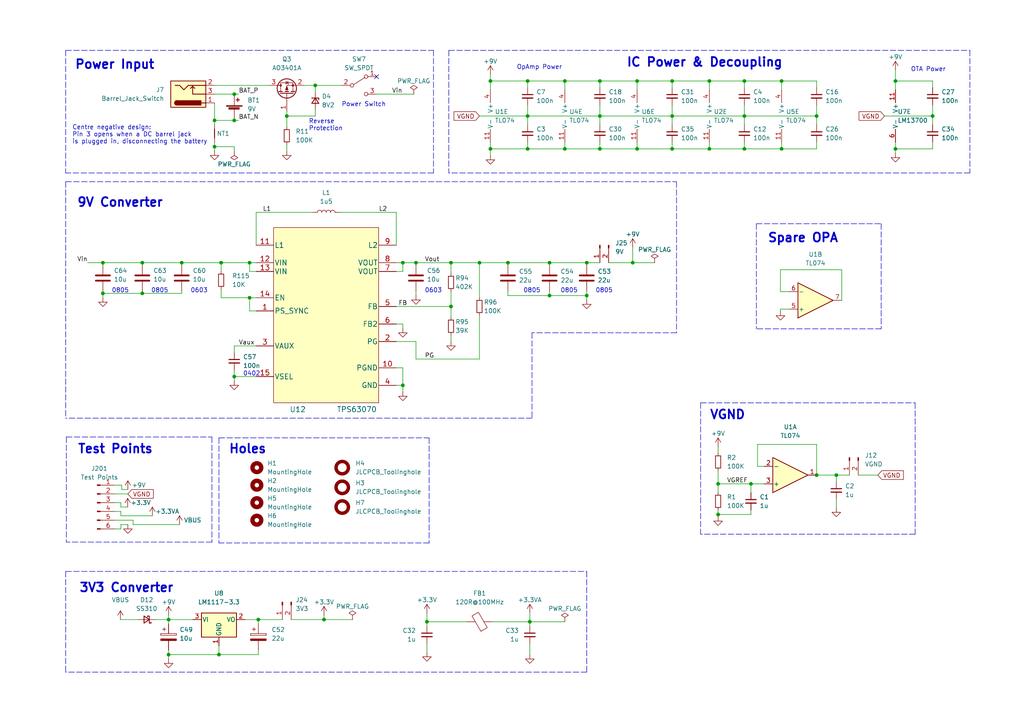
<source format=kicad_sch>
(kicad_sch (version 20211123) (generator eeschema)
  (paper "A4")
  (title_block (title "LivSynth - Power") (date "2022-07-18") (rev "${Version}") (company "SloBlo Labs"))
  (junction (at 130.81 76.2))
  (junction (at 41.275 76.2))
  (junction (at 153.035 43.18))
  (junction (at 67.945 109.22))
  (junction (at 226.695 23.495))
  (junction (at 226.695 43.18))
  (junction (at 183.515 76.2))
  (junction (at 215.9 33.655))
  (junction (at 67.945 34.925))
  (junction (at 93.98 179.705))
  (junction (at 63.5 189.865))
  (junction (at 173.99 33.655))
  (junction (at 41.275 85.09))
  (junction (at 159.385 85.725))
  (junction (at 208.28 149.225))
  (junction (at 173.99 43.18))
  (junction (at 72.39 76.2))
  (junction (at 142.24 23.495))
  (junction (at 215.9 43.18))
  (junction (at 163.83 23.495))
  (junction (at 62.23 34.925))
  (junction (at 217.805 140.335))
  (junction (at 48.895 189.865))
  (junction (at 194.945 33.655))
  (junction (at 194.945 23.495))
  (junction (at 215.9 23.495))
  (junction (at 29.845 76.2))
  (junction (at 153.67 180.34))
  (junction (at 208.28 140.335))
  (junction (at 242.57 137.795))
  (junction (at 270.51 33.655))
  (junction (at 130.81 88.9))
  (junction (at 52.705 76.2))
  (junction (at 147.32 76.2))
  (junction (at 139.065 76.2))
  (junction (at 236.855 137.795))
  (junction (at 170.18 85.725))
  (junction (at 74.93 179.705))
  (junction (at 184.785 23.495))
  (junction (at 205.74 23.495))
  (junction (at 116.84 111.76))
  (junction (at 194.945 43.18))
  (junction (at 153.035 33.655))
  (junction (at 184.785 43.18))
  (junction (at 259.715 43.18))
  (junction (at 170.18 76.2))
  (junction (at 163.83 43.18))
  (junction (at 72.39 86.36))
  (junction (at 142.24 43.18))
  (junction (at 205.74 43.18))
  (junction (at 29.845 85.09))
  (junction (at 173.99 23.495))
  (junction (at 64.135 76.2))
  (junction (at 62.23 42.545))
  (junction (at 67.945 27.305))
  (junction (at 159.385 76.2))
  (junction (at 153.035 23.495))
  (junction (at 48.895 179.705))
  (junction (at 259.715 23.495))
  (junction (at 83.185 33.655))
  (junction (at 236.855 33.655))
  (junction (at 116.84 76.2))
  (junction (at 91.44 24.765))
  (junction (at 123.825 180.34))
  (junction (at 120.65 76.2))
  (no_connect (at 109.22 22.225))
  (wire (pts (xy 64.135 83.82) (xy 64.135 86.36)))
  (wire (pts (xy 64.135 76.2) (xy 72.39 76.2)))
  (polyline (pts (xy 196.215 52.705) (xy 196.215 96.52)))
  (wire (pts (xy 242.57 137.795) (xy 242.57 139.7)))
  (wire (pts (xy 67.945 102.235) (xy 67.945 100.33)))
  (wire (pts (xy 215.9 30.48) (xy 215.9 33.655)))
  (wire (pts (xy 194.945 23.495) (xy 194.945 25.4)))
  (wire (pts (xy 67.945 100.33) (xy 74.295 100.33)))
  (wire (pts (xy 184.785 23.495) (xy 184.785 26.035)))
  (polyline (pts (xy 281.305 14.605) (xy 281.305 50.165)))
  (wire (pts (xy 184.785 43.18) (xy 194.945 43.18)))
  (wire (pts (xy 142.24 23.495) (xy 142.24 26.035)))
  (wire (pts (xy 170.18 85.725) (xy 170.18 86.995)))
  (wire (pts (xy 72.39 78.74) (xy 72.39 76.2)))
  (wire (pts (xy 194.945 33.655) (xy 215.9 33.655)))
  (polyline (pts (xy 219.3798 64.897) (xy 219.3798 95.377)))
  (wire (pts (xy 147.32 84.455) (xy 147.32 85.725)))
  (wire (pts (xy 120.65 84.455) (xy 120.65 85.725)))
  (wire (pts (xy 74.295 78.74) (xy 72.39 78.74)))
  (polyline (pts (xy 19.05 165.735) (xy 170.18 165.735)))
  (wire (pts (xy 34.925 179.705) (xy 40.005 179.705)))
  (wire (pts (xy 244.1448 78.232) (xy 244.1448 87.122)))
  (polyline (pts (xy 19.05 165.735) (xy 19.05 194.945)))
  (wire (pts (xy 147.32 85.725) (xy 159.385 85.725)))
  (wire (pts (xy 37.084 141.986) (xy 35.306 141.986)))
  (polyline (pts (xy 130.175 14.605) (xy 130.175 50.165)))
  (wire (pts (xy 170.18 76.835) (xy 170.18 76.2)))
  (wire (pts (xy 183.515 76.2) (xy 189.865 76.2)))
  (wire (pts (xy 270.51 43.18) (xy 259.715 43.18)))
  (wire (pts (xy 170.18 84.455) (xy 170.18 85.725)))
  (wire (pts (xy 236.855 23.495) (xy 226.695 23.495)))
  (wire (pts (xy 236.855 137.795) (xy 242.57 137.795)))
  (wire (pts (xy 62.23 34.925) (xy 62.23 36.195)))
  (wire (pts (xy 170.18 76.2) (xy 173.99 76.2)))
  (wire (pts (xy 114.935 61.595) (xy 114.935 71.12)))
  (wire (pts (xy 84.455 179.705) (xy 93.98 179.705)))
  (wire (pts (xy 52.705 76.835) (xy 52.705 76.2)))
  (wire (pts (xy 71.12 179.705) (xy 74.93 179.705)))
  (wire (pts (xy 45.085 179.705) (xy 48.895 179.705)))
  (wire (pts (xy 38.608 152.146) (xy 52.07 152.146)))
  (wire (pts (xy 217.805 140.335) (xy 217.805 142.875)))
  (wire (pts (xy 109.22 27.305) (xy 120.015 27.305)))
  (wire (pts (xy 91.44 24.765) (xy 91.44 26.67)))
  (wire (pts (xy 120.65 99.06) (xy 120.65 104.14)))
  (wire (pts (xy 256.54 33.655) (xy 270.51 33.655)))
  (wire (pts (xy 67.945 27.305) (xy 69.215 27.305)))
  (wire (pts (xy 114.935 93.98) (xy 116.84 93.98)))
  (wire (pts (xy 98.425 61.595) (xy 114.935 61.595)))
  (polyline (pts (xy 154.305 96.52) (xy 154.305 121.285)))
  (wire (pts (xy 208.28 140.335) (xy 208.28 142.875)))
  (wire (pts (xy 52.705 84.455) (xy 52.705 85.09)))
  (wire (pts (xy 33.274 153.416) (xy 35.052 153.416)))
  (wire (pts (xy 139.065 86.36) (xy 139.065 76.2)))
  (wire (pts (xy 72.39 76.2) (xy 74.295 76.2)))
  (wire (pts (xy 194.945 43.18) (xy 205.74 43.18)))
  (wire (pts (xy 116.84 93.98) (xy 116.84 95.25)))
  (wire (pts (xy 194.945 41.275) (xy 194.945 43.18)))
  (wire (pts (xy 130.81 88.9) (xy 130.81 92.075)))
  (wire (pts (xy 64.135 76.2) (xy 64.135 78.74)))
  (wire (pts (xy 33.274 145.796) (xy 35.052 145.796)))
  (wire (pts (xy 116.84 78.74) (xy 116.84 76.2)))
  (wire (pts (xy 130.81 97.155) (xy 130.81 99.06)))
  (wire (pts (xy 236.855 23.495) (xy 236.855 25.4)))
  (wire (pts (xy 139.065 104.14) (xy 139.065 91.44)))
  (wire (pts (xy 114.935 88.9) (xy 130.81 88.9)))
  (polyline (pts (xy 125.73 14.605) (xy 125.73 50.165)))
  (wire (pts (xy 163.83 23.495) (xy 163.83 26.035)))
  (wire (pts (xy 135.255 180.34) (xy 123.825 180.34)))
  (wire (pts (xy 64.135 86.36) (xy 72.39 86.36)))
  (wire (pts (xy 153.035 33.655) (xy 173.99 33.655)))
  (wire (pts (xy 205.74 43.18) (xy 215.9 43.18)))
  (wire (pts (xy 123.825 177.8) (xy 123.825 180.34)))
  (wire (pts (xy 183.515 76.2) (xy 183.515 71.755)))
  (wire (pts (xy 142.24 43.18) (xy 153.035 43.18)))
  (wire (pts (xy 74.93 179.705) (xy 81.915 179.705)))
  (wire (pts (xy 116.84 106.68) (xy 116.84 111.76)))
  (polyline (pts (xy 154.305 121.285) (xy 19.05 121.285)))
  (wire (pts (xy 153.67 181.61) (xy 153.67 180.34)))
  (wire (pts (xy 67.945 109.22) (xy 74.295 109.22)))
  (wire (pts (xy 194.945 33.655) (xy 194.945 36.195)))
  (wire (pts (xy 173.99 30.48) (xy 173.99 33.655)))
  (polyline (pts (xy 170.18 165.735) (xy 170.18 194.945)))
  (wire (pts (xy 74.93 188.595) (xy 74.93 189.865)))
  (wire (pts (xy 173.99 41.275) (xy 173.99 43.18)))
  (wire (pts (xy 74.295 71.12) (xy 74.295 61.595)))
  (wire (pts (xy 215.9 23.495) (xy 215.9 25.4)))
  (wire (pts (xy 163.83 41.275) (xy 163.83 43.18)))
  (wire (pts (xy 33.274 150.876) (xy 38.608 150.876)))
  (wire (pts (xy 153.035 43.18) (xy 163.83 43.18)))
  (wire (pts (xy 72.39 86.36) (xy 72.39 90.17)))
  (wire (pts (xy 48.895 179.705) (xy 55.88 179.705)))
  (wire (pts (xy 139.065 33.655) (xy 153.035 33.655)))
  (polyline (pts (xy 19.05 14.605) (xy 125.73 14.605)))
  (wire (pts (xy 259.715 23.495) (xy 259.715 26.035)))
  (wire (pts (xy 29.845 76.835) (xy 29.845 76.2)))
  (wire (pts (xy 226.3648 89.662) (xy 226.3648 90.297)))
  (wire (pts (xy 130.81 84.455) (xy 130.81 88.9)))
  (wire (pts (xy 91.44 33.655) (xy 83.185 33.655)))
  (polyline (pts (xy 196.215 96.52) (xy 154.305 96.52)))
  (wire (pts (xy 35.052 152.146) (xy 37.084 152.146)))
  (wire (pts (xy 142.875 180.34) (xy 153.67 180.34)))
  (wire (pts (xy 215.9 33.655) (xy 236.855 33.655)))
  (wire (pts (xy 205.74 23.495) (xy 205.74 26.035)))
  (wire (pts (xy 153.035 23.495) (xy 153.035 25.4)))
  (wire (pts (xy 114.935 106.68) (xy 116.84 106.68)))
  (wire (pts (xy 62.23 24.765) (xy 78.105 24.765)))
  (wire (pts (xy 163.83 180.34) (xy 153.67 180.34)))
  (wire (pts (xy 142.24 43.18) (xy 142.24 45.085)))
  (wire (pts (xy 93.98 178.435) (xy 93.98 179.705)))
  (wire (pts (xy 259.715 41.275) (xy 259.715 43.18)))
  (wire (pts (xy 270.51 33.655) (xy 270.51 36.195)))
  (wire (pts (xy 63.5 187.325) (xy 63.5 189.865)))
  (wire (pts (xy 270.51 41.275) (xy 270.51 43.18)))
  (polyline (pts (xy 265.43 116.84) (xy 265.43 154.94)))
  (wire (pts (xy 74.295 90.17) (xy 72.39 90.17)))
  (wire (pts (xy 88.265 24.765) (xy 91.44 24.765)))
  (wire (pts (xy 184.785 41.275) (xy 184.785 43.18)))
  (wire (pts (xy 153.035 30.48) (xy 153.035 33.655)))
  (wire (pts (xy 217.805 140.335) (xy 221.615 140.335)))
  (wire (pts (xy 153.67 177.8) (xy 153.67 180.34)))
  (wire (pts (xy 48.895 180.975) (xy 48.895 179.705)))
  (wire (pts (xy 74.295 61.595) (xy 90.805 61.595)))
  (wire (pts (xy 259.715 20.32) (xy 259.715 23.495)))
  (wire (pts (xy 153.035 41.275) (xy 153.035 43.18)))
  (wire (pts (xy 33.274 143.256) (xy 37.084 143.256)))
  (wire (pts (xy 226.3648 84.582) (xy 228.9048 84.582)))
  (wire (pts (xy 208.28 140.335) (xy 217.805 140.335)))
  (wire (pts (xy 236.855 33.655) (xy 236.855 36.195)))
  (polyline (pts (xy 19.05 52.705) (xy 196.215 52.705)))
  (polyline (pts (xy 124.46 127) (xy 124.46 157.48)))
  (wire (pts (xy 114.935 76.2) (xy 116.84 76.2)))
  (wire (pts (xy 208.28 136.525) (xy 208.28 140.335)))
  (polyline (pts (xy 125.73 50.165) (xy 19.05 50.165)))
  (wire (pts (xy 173.99 33.655) (xy 194.945 33.655)))
  (wire (pts (xy 163.83 23.495) (xy 173.99 23.495)))
  (polyline (pts (xy 63.5 127) (xy 63.5 157.48)))
  (wire (pts (xy 163.83 43.18) (xy 173.99 43.18)))
  (wire (pts (xy 123.825 180.34) (xy 123.825 181.61)))
  (wire (pts (xy 33.274 148.336) (xy 35.052 148.336)))
  (wire (pts (xy 35.052 153.416) (xy 35.052 152.146)))
  (polyline (pts (xy 281.305 50.165) (xy 130.175 50.165)))
  (wire (pts (xy 208.28 129.54) (xy 208.28 131.445)))
  (polyline (pts (xy 19.05 52.705) (xy 19.05 121.285)))
  (wire (pts (xy 226.3648 78.232) (xy 244.1448 78.232)))
  (wire (pts (xy 184.785 23.495) (xy 194.945 23.495)))
  (wire (pts (xy 219.71 135.255) (xy 221.615 135.255)))
  (polyline (pts (xy 203.2 116.84) (xy 265.43 116.84)))
  (wire (pts (xy 114.935 99.06) (xy 120.65 99.06)))
  (wire (pts (xy 52.705 85.09) (xy 41.275 85.09)))
  (wire (pts (xy 91.44 24.765) (xy 99.06 24.765)))
  (polyline (pts (xy 255.5748 95.377) (xy 219.3798 95.377)))
  (wire (pts (xy 63.5 189.865) (xy 74.93 189.865)))
  (wire (pts (xy 153.035 23.495) (xy 163.83 23.495)))
  (polyline (pts (xy 265.43 154.94) (xy 203.2 154.94)))
  (wire (pts (xy 259.715 43.18) (xy 259.715 44.45)))
  (wire (pts (xy 176.53 76.2) (xy 183.515 76.2)))
  (wire (pts (xy 259.715 23.495) (xy 270.51 23.495)))
  (polyline (pts (xy 19.2532 126.746) (xy 19.2532 157.226)))
  (wire (pts (xy 194.945 30.48) (xy 194.945 33.655)))
  (polyline (pts (xy 63.5 127) (xy 124.46 127)))
  (polyline (pts (xy 61.468 126.746) (xy 61.468 157.226)))
  (wire (pts (xy 67.945 109.22) (xy 67.945 110.49)))
  (wire (pts (xy 236.855 128.905) (xy 236.855 137.795)))
  (wire (pts (xy 215.9 33.655) (xy 215.9 36.195)))
  (polyline (pts (xy 19.2532 126.746) (xy 61.468 126.746)))
  (wire (pts (xy 270.51 30.48) (xy 270.51 33.655)))
  (wire (pts (xy 236.855 41.275) (xy 236.855 43.18)))
  (wire (pts (xy 72.39 86.36) (xy 74.295 86.36)))
  (wire (pts (xy 219.71 135.255) (xy 219.71 128.905)))
  (wire (pts (xy 147.32 76.2) (xy 147.32 76.835)))
  (wire (pts (xy 114.935 78.74) (xy 116.84 78.74)))
  (wire (pts (xy 215.9 23.495) (xy 226.695 23.495)))
  (wire (pts (xy 270.51 23.495) (xy 270.51 25.4)))
  (polyline (pts (xy 203.2 116.84) (xy 203.2 154.94)))
  (wire (pts (xy 120.65 76.2) (xy 120.65 76.835)))
  (wire (pts (xy 35.052 145.796) (xy 35.052 147.066)))
  (wire (pts (xy 248.92 137.795) (xy 254.635 137.795)))
  (wire (pts (xy 194.945 23.495) (xy 205.74 23.495)))
  (polyline (pts (xy 124.46 157.48) (xy 63.5 157.48)))
  (wire (pts (xy 226.3648 84.582) (xy 226.3648 78.232)))
  (wire (pts (xy 236.855 30.48) (xy 236.855 33.655)))
  (wire (pts (xy 83.185 33.655) (xy 83.185 36.83)))
  (wire (pts (xy 91.44 31.75) (xy 91.44 33.655)))
  (wire (pts (xy 147.32 76.2) (xy 159.385 76.2)))
  (polyline (pts (xy 19.05 14.605) (xy 19.05 50.165)))
  (wire (pts (xy 35.052 149.606) (xy 44.196 149.606)))
  (wire (pts (xy 74.93 179.705) (xy 74.93 180.975)))
  (wire (pts (xy 142.24 41.275) (xy 142.24 43.18)))
  (wire (pts (xy 123.825 186.69) (xy 123.825 189.23)))
  (wire (pts (xy 48.895 189.865) (xy 48.895 191.135)))
  (wire (pts (xy 173.99 23.495) (xy 173.99 25.4)))
  (wire (pts (xy 83.185 32.385) (xy 83.185 33.655)))
  (wire (pts (xy 217.805 149.225) (xy 208.28 149.225)))
  (wire (pts (xy 67.945 42.545) (xy 62.23 42.545)))
  (wire (pts (xy 159.385 85.725) (xy 170.18 85.725)))
  (wire (pts (xy 29.845 84.455) (xy 29.845 85.09)))
  (wire (pts (xy 38.608 150.876) (xy 38.608 152.146)))
  (wire (pts (xy 242.57 144.78) (xy 242.57 147.32)))
  (wire (pts (xy 142.24 21.59) (xy 142.24 23.495)))
  (wire (pts (xy 205.74 23.495) (xy 215.9 23.495)))
  (wire (pts (xy 208.28 149.225) (xy 208.28 149.86)))
  (polyline (pts (xy 170.18 194.945) (xy 19.05 194.945)))
  (wire (pts (xy 139.065 76.2) (xy 130.81 76.2)))
  (wire (pts (xy 41.275 84.455) (xy 41.275 85.09)))
  (polyline (pts (xy 61.468 157.226) (xy 19.2532 157.226)))
  (wire (pts (xy 120.65 104.14) (xy 139.065 104.14)))
  (wire (pts (xy 226.695 41.275) (xy 226.695 43.18)))
  (wire (pts (xy 67.945 43.815) (xy 67.945 42.545)))
  (wire (pts (xy 130.81 76.2) (xy 120.65 76.2)))
  (polyline (pts (xy 130.175 14.605) (xy 281.305 14.605)))
  (wire (pts (xy 116.84 76.2) (xy 120.65 76.2)))
  (wire (pts (xy 62.23 34.925) (xy 67.945 34.925)))
  (wire (pts (xy 159.385 76.2) (xy 159.385 76.835)))
  (wire (pts (xy 215.9 41.275) (xy 215.9 43.18)))
  (wire (pts (xy 228.9048 89.662) (xy 226.3648 89.662)))
  (wire (pts (xy 215.9 43.18) (xy 226.695 43.18)))
  (wire (pts (xy 153.035 33.655) (xy 153.035 36.195)))
  (wire (pts (xy 48.895 188.595) (xy 48.895 189.865)))
  (polyline (pts (xy 255.5748 64.897) (xy 255.5748 95.377)))
  (wire (pts (xy 29.845 76.2) (xy 41.275 76.2)))
  (wire (pts (xy 147.32 76.2) (xy 139.065 76.2)))
  (wire (pts (xy 41.275 76.2) (xy 52.705 76.2)))
  (wire (pts (xy 205.74 41.275) (xy 205.74 43.18)))
  (wire (pts (xy 35.052 147.066) (xy 37.0332 147.066)))
  (wire (pts (xy 226.695 23.495) (xy 226.695 26.035)))
  (wire (pts (xy 142.24 23.495) (xy 153.035 23.495)))
  (wire (pts (xy 35.306 141.986) (xy 35.306 140.716)))
  (wire (pts (xy 67.945 107.315) (xy 67.945 109.22)))
  (wire (pts (xy 29.845 85.09) (xy 29.845 86.36)))
  (wire (pts (xy 48.895 178.435) (xy 48.895 179.705)))
  (polyline (pts (xy 219.3798 64.897) (xy 255.5748 64.897)))
  (wire (pts (xy 173.99 43.18) (xy 184.785 43.18)))
  (wire (pts (xy 153.67 186.69) (xy 153.67 189.865)))
  (wire (pts (xy 63.5 189.865) (xy 48.895 189.865)))
  (wire (pts (xy 41.275 85.09) (xy 29.845 85.09)))
  (wire (pts (xy 242.57 137.795) (xy 246.38 137.795)))
  (wire (pts (xy 159.385 84.455) (xy 159.385 85.725)))
  (wire (pts (xy 62.23 41.275) (xy 62.23 42.545)))
  (wire (pts (xy 170.18 76.2) (xy 159.385 76.2)))
  (wire (pts (xy 173.99 33.655) (xy 173.99 36.195)))
  (wire (pts (xy 217.805 147.955) (xy 217.805 149.225)))
  (wire (pts (xy 67.945 34.925) (xy 69.215 34.925)))
  (wire (pts (xy 62.23 27.305) (xy 67.945 27.305)))
  (wire (pts (xy 116.84 113.665) (xy 116.84 111.76)))
  (wire (pts (xy 62.23 29.845) (xy 62.23 34.925)))
  (wire (pts (xy 116.84 111.76) (xy 114.935 111.76)))
  (wire (pts (xy 219.71 128.905) (xy 236.855 128.905)))
  (wire (pts (xy 33.274 140.716) (xy 35.306 140.716)))
  (wire (pts (xy 25.4 76.2) (xy 29.845 76.2)))
  (wire (pts (xy 93.98 179.705) (xy 102.235 179.705)))
  (wire (pts (xy 41.275 76.2) (xy 41.275 76.835)))
  (wire (pts (xy 83.185 41.91) (xy 83.185 43.815)))
  (wire (pts (xy 130.81 79.375) (xy 130.81 76.2)))
  (wire (pts (xy 52.705 76.2) (xy 64.135 76.2)))
  (wire (pts (xy 226.695 43.18) (xy 236.855 43.18)))
  (wire (pts (xy 173.99 23.495) (xy 184.785 23.495)))
  (wire (pts (xy 208.28 147.955) (xy 208.28 149.225)))
  (wire (pts (xy 35.052 148.336) (xy 35.052 149.606)))
  (wire (pts (xy 62.23 42.545) (xy 62.23 43.815)))
  (text "9V Converter" (at 22.225 60.325 0) (effects (font (size 2.54 2.54) (thickness 0.508) bold) (justify left bottom)))
  (text "0603" (at 123.19 85.09 0) (effects (font (size 1.27 1.27)) (justify left bottom)))
  (text "Centre negative design:\nPin 3 opens when a DC barrel jack\nis plugged in, disconnecting the battery" (at 20.955 41.91 0) (effects (font (size 1.27 1.27)) (justify left bottom)))
  (text "0402" (at 70.485 109.22 0) (effects (font (size 1.27 1.27)) (justify left bottom)))
  (text "0805" (at 162.56 85.09 0) (effects (font (size 1.27 1.27)) (justify left bottom)))
  (text "Test Points" (at 22.4282 131.826 0) (effects (font (size 2.54 2.54) (thickness 0.508) bold) (justify left bottom)))
  (text "0805" (at 32.385 85.09 0) (effects (font (size 1.27 1.27)) (justify left bottom)))
  (text "3V3 Converter" (at 22.86 172.085 0) (effects (font (size 2.54 2.54) (thickness 0.508) bold) (justify left bottom)))
  (text "OTA Power" (at 264.16 20.955 0) (effects (font (size 1.27 1.27)) (justify left bottom)))
  (text "0805" (at 172.72 85.09 0) (effects (font (size 1.27 1.27)) (justify left bottom)))
  (text "Power Switch" (at 99.06 31.115 0) (effects (font (size 1.27 1.27)) (justify left bottom)))
  (text "OpAmp Power" (at 149.86 20.32 0) (effects (font (size 1.27 1.27)) (justify left bottom)))
  (text "VGND" (at 205.74 121.92 0) (effects (font (size 2.54 2.54) (thickness 0.508) bold) (justify left bottom)))
  (text "Spare OPA" (at 222.5548 70.612 0) (effects (font (size 2.54 2.54) (thickness 0.508) bold) (justify left bottom)))
  (text "0805" (at 43.815 85.09 0) (effects (font (size 1.27 1.27)) (justify left bottom)))
  (text "0805" (at 151.765 85.09 0) (effects (font (size 1.27 1.27)) (justify left bottom)))
  (text "IC Power & Decoupling" (at 181.61 19.685 0) (effects (font (size 2.54 2.54) (thickness 0.508) bold) (justify left bottom)))
  (text "Reverse\nProtection" (at 89.535 38.1 0) (effects (font (size 1.27 1.27)) (justify left bottom)))
  (text "0603" (at 55.245 85.09 0) (effects (font (size 1.27 1.27)) (justify left bottom)))
  (text "Holes" (at 66.2432 131.826 0) (effects (font (size 2.54 2.54) (thickness 0.508) bold) (justify left bottom)))
  (text "Power Input" (at 21.59 20.32 0) (effects (font (size 2.54 2.54) (thickness 0.508) bold) (justify left bottom)))
  (label "BAT_P" (at 69.215 27.305 0))
  (label "L2" (at 109.855 61.595 0))
  (label "Vaux" (at 69.215 100.33 0))
  (label "L1" (at 76.2 61.595 0))
  (label "BAT_N" (at 69.215 34.925 0))
  (label "PG" (at 123.19 104.14 0))
  (label "Vout" (at 123.19 76.2 0))
  (label "Vin" (at 113.665 27.305 0))
  (label "FB" (at 115.57 88.9 0))
  (label "Vin" (at 25.4 76.2 180))
  (label "VGREF" (at 210.82 140.335 0))
  (global_label "VGND" (shape input) (at 139.065 33.655 180) (property "Intersheet References" "${INTERSHEET_REFS}" (effects hide)))
  (global_label "VGND" (shape input) (at 254.635 137.795 0) (property "Intersheet References" "${INTERSHEET_REFS}" (effects hide)))
  (global_label "VGND" (shape input) (at 256.54 33.655 180) (property "Intersheet References" "${INTERSHEET_REFS}" (effects hide)))
  (global_label "VGND" (shape input) (at 37.084 143.256 0) (property "Intersheet References" "${INTERSHEET_REFS}" (effects hide)))
  (symbol (lib_id "Device:C_Small") (at 270.51 38.735 0) (unit 1)
    (property "Reference" "C34" (at 273.05 37.4712 0) (effects (justify left)))
    (property "Value" "100n" (at 273.05 40.0112 0) (effects (justify left)))
    (property "Footprint" "Capacitor_THT:C_Rect_L7.2mm_W2.5mm_P5.00mm_FKS2_FKP2_MKS2_MKP2" (effects hide))
  )
  (symbol (lib_id "Device:C") (at 159.385 80.645 0) (unit 1)
    (property "Reference" "C54" (at 162.56 78.74 0) (effects (justify left)))
    (property "Value" "22u" (at 162.56 81.28 0) (effects (justify left)))
    (property "Footprint" "Capacitor_SMD:C_0805_2012Metric_Pad1.18x1.45mm_HandSolder" (effects hide))
    (property "LCSC" "C415296" (effects hide))
  )
  (symbol (lib_id "Device:C") (at 41.275 80.645 0) (unit 1)
    (property "Reference" "C63" (at 44.45 78.4859 0) (effects (justify left)))
    (property "Value" "10u" (at 44.45 81.0259 0) (effects (justify left)))
    (property "Footprint" "Capacitor_SMD:C_0805_2012Metric_Pad1.18x1.45mm_HandSolder" (effects hide))
    (property "LCSC" " C109040" (effects hide))
  )
  (symbol (lib_id "power:+9V") (at 208.28 129.54 0) (unit 1)
    (property "Reference" "#PWR0136" (effects hide))
    (property "Value" "+9V" (at 208.28 125.73 0))
  )
  (symbol (lib_id "Device:C_Polarized") (at 74.93 184.785 0) (unit 1)
    (property "Reference" "C52" (at 78.74 182.6259 0) (effects (justify left)))
    (property "Value" "22u" (at 78.74 185.1659 0) (effects (justify left)))
    (property "Footprint" "Capacitor_THT:CP_Radial_D8.0mm_P3.50mm" (effects hide))
  )
  (symbol (lib_id "Device:R_Small") (at 208.28 133.985 0) (unit 1)
    (property "Reference" "R2" (at 210.82 132.7149 0) (effects (justify left)))
    (property "Value" "100K" (at 210.82 135.2549 0) (effects (justify left)))
    (property "Footprint" "Resistor_THT:R_Axial_DIN0207_L6.3mm_D2.5mm_P7.62mm_Horizontal" (effects hide))
  )
  (symbol (lib_id "Amplifier_Operational:TL074") (at 229.235 33.655 0) (unit 5)
    (property "Reference" "U5" (at 227.965 32.3849 0) (effects (justify left)))
    (property "Value" "TL074" (at 227.965 34.9249 0) (effects (justify left)))
    (property "Footprint" "Package_SO:SOIC-14_3.9x8.7mm_P1.27mm" (effects hide))
    (property "Datasheet" "http://www.ti.com/lit/ds/symlink/tl071.pdf" (effects hide))
    (property "LCSC" "C2057504" (effects hide))
  )
  (symbol (lib_id "Regulator_Linear:LM1117-3.3") (at 63.5 179.705 0) (unit 1)
    (property "Reference" "U8" (at 63.5 172.085 0))
    (property "Value" "LM1117-3.3" (at 63.5 174.625 0))
    (property "Footprint" "Package_TO_SOT_SMD:SOT-223-3_TabPin2" (effects hide))
    (property "Datasheet" "http://www.ti.com/lit/ds/symlink/lm1117.pdf" (effects hide))
    (property "LCSC" "C126027" (effects hide))
  )
  (symbol (lib_id "power:+9V") (at 48.895 178.435 0) (unit 1)
    (property "Reference" "#PWR010" (effects hide))
    (property "Value" "+9V" (at 48.895 174.625 0))
  )
  (symbol (lib_id "power:GND") (at 142.24 45.085 0) (unit 1)
    (property "Reference" "#PWR03" (effects hide))
    (property "Value" "GND" (effects hide))
  )
  (symbol (lib_id "power:GND") (at 120.65 85.725 0) (unit 1)
    (property "Reference" "#PWR0142" (effects hide))
    (property "Value" "GND" (effects hide))
  )
  (symbol (lib_id "Amplifier_Operational:LM13700") (at 262.255 33.655 0) (unit 5)
    (property "Reference" "U7" (at 260.35 32.3849 0) (effects (justify left)))
    (property "Value" "LM13700" (at 260.35 34.9249 0) (effects (justify left)))
    (property "Footprint" "Package_SO:SOP-16_3.9x9.9mm_P1.27mm" (effects hide))
    (property "Datasheet" "http://www.ti.com/lit/ds/symlink/lm13700.pdf" (effects hide))
    (property "LCSC" "C4370932" (effects hide))
  )
  (symbol (lib_id "power:GND") (at 226.3648 90.297 0) (unit 1)
    (property "Reference" "#PWR0140" (effects hide))
    (property "Value" "GND" (effects hide))
  )
  (symbol (lib_id "power:PWR_FLAG") (at 189.865 76.2 0) (unit 1)
    (property "Reference" "#FLG0101" (effects hide))
    (property "Value" "PWR_FLAG" (at 189.865 72.39 0))
  )
  (symbol (lib_id "power:+3.3V") (at 93.98 178.435 0) (unit 1)
    (property "Reference" "#PWR011" (effects hide))
    (property "Value" "+3.3V" (at 93.98 174.625 0))
  )
  (symbol (lib_id "Device:C_Small") (at 153.035 38.735 0) (unit 1)
    (property "Reference" "C3" (at 155.575 37.4712 0) (effects (justify left)))
    (property "Value" "100n" (at 155.575 40.0112 0) (effects (justify left)))
    (property "Footprint" "Capacitor_THT:C_Rect_L7.2mm_W2.5mm_P5.00mm_FKS2_FKP2_MKS2_MKP2" (effects hide))
  )
  (symbol (lib_id "power:+3.3V") (at 123.825 177.8 0) (mirror y) (unit 1)
    (property "Reference" "#PWR013" (effects hide))
    (property "Value" "+3.3V" (at 123.825 173.99 0))
  )
  (symbol (lib_id "Device:D_Zener_Small") (at 91.44 29.21 270) (unit 1)
    (property "Reference" "D4" (at 93.345 27.9399 90) (effects (justify left)))
    (property "Value" "8V2" (at 93.345 30.4799 90) (effects (justify left)))
    (property "Footprint" "Diode_SMD:D_SOD-123" (effects hide))
    (property "LCSC" " C438308" (effects hide))
  )
  (symbol (lib_id "Amplifier_Operational:TL074") (at 144.78 33.655 0) (unit 5)
    (property "Reference" "U1" (at 143.51 32.3849 0) (effects (justify left)))
    (property "Value" "TL074" (at 143.51 34.9249 0) (effects (justify left)))
    (property "Footprint" "Package_SO:SOIC-14_3.9x8.7mm_P1.27mm" (effects hide))
    (property "Datasheet" "http://www.ti.com/lit/ds/symlink/tl071.pdf" (effects hide))
    (property "LCSC" "C2057504" (effects hide))
  )
  (symbol (lib_id "Device:R_Small") (at 83.185 39.37 0) (unit 1)
    (property "Reference" "R11" (at 85.725 38.0999 0) (effects (justify left)))
    (property "Value" "100K" (at 85.725 40.6399 0) (effects (justify left)))
    (property "Footprint" "Resistor_THT:R_Axial_DIN0207_L6.3mm_D2.5mm_P7.62mm_Horizontal" (effects hide))
  )
  (symbol (lib_id "Connector:Barrel_Jack_Switch") (at 54.61 27.305 0) (mirror x) (unit 1)
    (property "Reference" "J7" (at 47.625 26.0349 0) (effects (justify right)))
    (property "Value" "Barrel_Jack_Switch" (at 47.625 28.5749 0) (effects (justify right)))
    (property "Footprint" "Connector_BarrelJack:BarrelJack_CUI_PJ-102AH_Horizontal" (effects hide))
  )
  (symbol (lib_id "power:GND") (at 242.57 147.32 0) (unit 1)
    (property "Reference" "#PWR0135" (effects hide))
    (property "Value" "GND" (effects hide))
  )
  (symbol (lib_id "power:PWR_FLAG") (at 67.945 43.815 0) (mirror x) (unit 1)
    (property "Reference" "#FLG05" (effects hide))
    (property "Value" "PWR_FLAG" (at 67.945 47.625 0))
  )
  (symbol (lib_id "power:+3.3VA") (at 153.67 177.8 0) (mirror y) (unit 1)
    (property "Reference" "#PWR014" (effects hide))
    (property "Value" "+3.3VA" (at 153.67 173.99 0))
  )
  (symbol (lib_id "power:GND") (at 130.81 99.06 0) (unit 1)
    (property "Reference" "#PWR0143" (effects hide))
    (property "Value" "GND" (effects hide))
  )
  (symbol (lib_id "Mechanical:MountingHole") (at 74.4982 140.716 0) (unit 1)
    (property "Reference" "H2" (at 77.5462 139.4459 0) (effects (justify left)))
    (property "Value" "MountingHole" (at 77.5462 141.9859 0) (effects (justify left)))
    (property "Footprint" "MountingHole:MountingHole_3.2mm_M3" (effects hide))
  )
  (symbol (lib_id "SloBlo:TPS63070x") (at 94.615 91.44 0) (unit 1)
    (property "Reference" "U12" (at 86.36 118.745 0) (effects (font (size 1.524 1.524))))
    (property "Value" "TPS63070" (at 103.505 118.745 0) (effects (font (size 1.524 1.524))))
    (property "Footprint" "SloBlo:TPS63070x" (effects hide))
    (property "Datasheet" "https://www.ti.com/lit/ds/symlink/tps63070.pdf" (effects hide))
    (property "LCSC" "C109322" (effects hide))
  )
  (symbol (lib_id "power:VBUS") (at 34.925 179.705 0) (unit 1)
    (property "Reference" "#PWR0127" (effects hide))
    (property "Value" "VBUS" (at 34.925 173.99 0))
  )
  (symbol (lib_id "Amplifier_Operational:TL074") (at 236.5248 87.122 0) (mirror x) (unit 2)
    (property "Reference" "U1" (at 236.5248 73.787 0))
    (property "Value" "TL074" (at 236.5248 76.327 0))
    (property "Footprint" "Package_SO:SOIC-14_3.9x8.7mm_P1.27mm" (effects hide))
    (property "Datasheet" "http://www.ti.com/lit/ds/symlink/tl071.pdf" (effects hide))
    (property "LCSC" "C2057504" (effects hide))
  )
  (symbol (lib_id "Device:R_Small") (at 64.135 81.28 0) (unit 1)
    (property "Reference" "R115" (at 67.31 80.0099 0) (effects (justify left)))
    (property "Value" "10K" (at 67.31 82.5499 0) (effects (justify left)))
    (property "Footprint" "Resistor_SMD:R_0603_1608Metric_Pad0.98x0.95mm_HandSolder" (effects hide))
    (property "LCSC" " C25804" (effects hide))
  )
  (symbol (lib_name "JLCPCB_Toolinghole_2") (lib_id "SloBlo:JLCPCB_Toolinghole") (at 99.2632 141.351 0) (unit 1) (in_bom no)
    (property "Reference" "H3" (at 103.0732 140.0809 0) (effects (justify left)))
    (property "Value" "JLCPCB_Toolinghole" (at 103.0732 142.6209 0) (effects (justify left)))
    (property "Footprint" "SloBlo:JLCPCB_ToolingHole" (effects hide))
  )
  (symbol (lib_id "Device:C_Small") (at 215.9 27.94 0) (unit 1)
    (property "Reference" "C4" (at 218.44 26.6762 0) (effects (justify left)))
    (property "Value" "100n" (at 218.44 29.2162 0) (effects (justify left)))
    (property "Footprint" "Capacitor_THT:C_Rect_L7.2mm_W2.5mm_P5.00mm_FKS2_FKP2_MKS2_MKP2" (effects hide))
  )
  (symbol (lib_id "Device:C_Small") (at 215.9 38.735 0) (unit 1)
    (property "Reference" "C12" (at 218.44 37.4712 0) (effects (justify left)))
    (property "Value" "100n" (at 218.44 40.0112 0) (effects (justify left)))
    (property "Footprint" "Capacitor_THT:C_Rect_L7.2mm_W2.5mm_P5.00mm_FKS2_FKP2_MKS2_MKP2" (effects hide))
  )
  (symbol (lib_id "power:+3.3V") (at 37.0332 147.066 0) (unit 1)
    (property "Reference" "#PWR0130" (effects hide))
    (property "Value" "+3.3V" (at 40.8432 145.796 0))
  )
  (symbol (lib_id "power:+9V") (at 183.515 71.755 0) (unit 1)
    (property "Reference" "#PWR0138" (effects hide))
    (property "Value" "+9V" (at 183.515 67.945 0))
  )
  (symbol (lib_id "Device:C_Small") (at 153.035 27.94 0) (unit 1)
    (property "Reference" "C7" (at 155.575 26.6762 0) (effects (justify left)))
    (property "Value" "100n" (at 155.575 29.2162 0) (effects (justify left)))
    (property "Footprint" "Capacitor_THT:C_Rect_L7.2mm_W2.5mm_P5.00mm_FKS2_FKP2_MKS2_MKP2" (effects hide))
  )
  (symbol (lib_id "power:GND") (at 116.84 95.25 0) (unit 1)
    (property "Reference" "#PWR0141" (effects hide))
    (property "Value" "GND" (effects hide))
  )
  (symbol (lib_id "Device:C") (at 29.845 80.645 0) (unit 1)
    (property "Reference" "C64" (at 33.02 78.4859 0) (effects (justify left)))
    (property "Value" "10u" (at 33.02 81.0259 0) (effects (justify left)))
    (property "Footprint" "Capacitor_SMD:C_0805_2012Metric_Pad1.18x1.45mm_HandSolder" (effects hide))
    (property "LCSC" " C109040" (effects hide))
  )
  (symbol (lib_id "Transistor_FET:AO3401A") (at 83.185 27.305 90) (unit 1)
    (property "Reference" "Q3" (at 83.185 17.145 90))
    (property "Value" "AO3401A" (at 83.185 19.685 90))
    (property "Footprint" "Package_TO_SOT_SMD:SOT-23" (effects hide))
    (property "Datasheet" "http://www.aosmd.com/pdfs/datasheet/AO3401A.pdf" (effects hide))
    (property "LCSC" "C347476" (effects hide))
  )
  (symbol (lib_id "power:GND") (at 37.084 152.146 0) (mirror y) (unit 1)
    (property "Reference" "#PWR0128" (effects hide))
    (property "Value" "GND" (effects hide))
  )
  (symbol (lib_id "Device:C_Small") (at 153.67 184.15 0) (mirror y) (unit 1)
    (property "Reference" "C33" (at 150.495 182.8862 0) (effects (justify left)))
    (property "Value" "1u" (at 150.495 185.4262 0) (effects (justify left)))
    (property "Footprint" "Capacitor_THT:C_Rect_L7.2mm_W5.5mm_P5.00mm_FKS2_FKP2_MKS2_MKP2" (effects hide))
  )
  (symbol (lib_id "Device:C_Small") (at 236.855 38.735 0) (unit 1)
    (property "Reference" "C26" (at 239.395 37.4712 0) (effects (justify left)))
    (property "Value" "100n" (at 239.395 40.0112 0) (effects (justify left)))
    (property "Footprint" "Capacitor_THT:C_Rect_L7.2mm_W2.5mm_P5.00mm_FKS2_FKP2_MKS2_MKP2" (effects hide))
  )
  (symbol (lib_id "Device:C_Small") (at 242.57 142.24 0) (unit 1)
    (property "Reference" "C2" (at 245.11 140.9762 0) (effects (justify left)))
    (property "Value" "1u" (at 245.11 143.5162 0) (effects (justify left)))
    (property "Footprint" "Capacitor_THT:C_Rect_L7.2mm_W5.5mm_P5.00mm_FKS2_FKP2_MKS2_MKP2" (effects hide))
  )
  (symbol (lib_id "Device:C_Small") (at 173.99 27.94 0) (unit 1)
    (property "Reference" "C18" (at 176.53 26.6762 0) (effects (justify left)))
    (property "Value" "100n" (at 176.53 29.2162 0) (effects (justify left)))
    (property "Footprint" "Capacitor_THT:C_Rect_L7.2mm_W2.5mm_P5.00mm_FKS2_FKP2_MKS2_MKP2" (effects hide))
  )
  (symbol (lib_id "Amplifier_Operational:TL074") (at 208.28 33.655 0) (unit 5)
    (property "Reference" "U2" (at 207.01 32.3849 0) (effects (justify left)))
    (property "Value" "TL074" (at 207.01 34.9249 0) (effects (justify left)))
    (property "Footprint" "Package_SO:SOIC-14_3.9x8.7mm_P1.27mm" (effects hide))
    (property "Datasheet" "http://www.ti.com/lit/ds/symlink/tl071.pdf" (effects hide))
    (property "LCSC" "C2057504" (effects hide))
  )
  (symbol (lib_id "Device:C_Small") (at 236.855 27.94 0) (unit 1)
    (property "Reference" "C16" (at 239.395 26.6762 0) (effects (justify left)))
    (property "Value" "100n" (at 239.395 29.2162 0) (effects (justify left)))
    (property "Footprint" "Capacitor_THT:C_Rect_L7.2mm_W2.5mm_P5.00mm_FKS2_FKP2_MKS2_MKP2" (effects hide))
  )
  (symbol (lib_id "power:+9V") (at 142.24 21.59 0) (unit 1)
    (property "Reference" "#PWR01" (effects hide))
    (property "Value" "+9V" (at 142.24 17.78 0))
  )
  (symbol (lib_id "Mechanical:MountingHole") (at 74.4982 150.876 0) (unit 1)
    (property "Reference" "H6" (at 77.5462 149.6059 0) (effects (justify left)))
    (property "Value" "MountingHole" (at 77.5462 152.1459 0) (effects (justify left)))
    (property "Footprint" "MountingHole:MountingHole_3.2mm_M3" (effects hide))
  )
  (symbol (lib_id "Device:NetTie_2") (at 62.23 38.735 90) (unit 1)
    (property "Reference" "NT1" (at 62.865 38.735 90) (effects (justify right)))
    (property "Value" "NetTie_2" (effects hide))
    (property "Footprint" "NetTie:NetTie-2_SMD_Pad0.5mm" (effects hide))
  )
  (symbol (lib_id "power:VBUS") (at 52.07 152.146 0) (unit 1)
    (property "Reference" "#PWR0129" (effects hide))
    (property "Value" "VBUS" (at 55.88 150.876 0))
  )
  (symbol (lib_id "Mechanical:MountingHole") (at 74.4982 145.796 0) (unit 1)
    (property "Reference" "H5" (at 77.5462 144.5259 0) (effects (justify left)))
    (property "Value" "MountingHole" (at 77.5462 147.0659 0) (effects (justify left)))
    (property "Footprint" "MountingHole:MountingHole_3.2mm_M3" (effects hide))
  )
  (symbol (lib_id "Mechanical:MountingHole") (at 74.4982 135.636 0) (unit 1)
    (property "Reference" "H1" (at 77.5462 134.3659 0) (effects (justify left)))
    (property "Value" "MountingHole" (at 77.5462 136.9059 0) (effects (justify left)))
    (property "Footprint" "MountingHole:MountingHole_3.2mm_M3" (effects hide))
  )
  (symbol (lib_id "Device:FerriteBead") (at 139.065 180.34 270) (mirror x) (unit 1)
    (property "Reference" "FB1" (at 139.1158 172.085 90))
    (property "Value" "120R@100MHz" (at 139.1158 174.625 90))
    (property "Footprint" "Inductor_SMD:L_0603_1608Metric" (effects hide))
  )
  (symbol (lib_id "power:GND") (at 153.67 189.865 0) (mirror y) (unit 1)
    (property "Reference" "#PWR016" (effects hide))
    (property "Value" "GND" (effects hide))
  )
  (symbol (lib_id "Amplifier_Operational:TL074") (at 166.37 33.655 0) (unit 5)
    (property "Reference" "U4" (at 165.1 32.3849 0) (effects (justify left)))
    (property "Value" "TL074" (at 165.1 34.9249 0) (effects (justify left)))
    (property "Footprint" "Package_SO:SOIC-14_3.9x8.7mm_P1.27mm" (effects hide))
    (property "Datasheet" "http://www.ti.com/lit/ds/symlink/tl071.pdf" (effects hide))
    (property "LCSC" "C2057504" (effects hide))
  )
  (symbol (lib_id "Device:Battery_Cell") (at 67.945 32.385 0) (unit 1)
    (property "Reference" "BT1" (at 71.755 29.0829 0) (effects (justify left)))
    (property "Value" "9V" (at 71.755 31.6229 0) (effects (justify left)))
    (property "Footprint" "Battery:BatteryHolder_Eagle_12BH611-GR" (effects hide))
  )
  (symbol (lib_id "power:+9V") (at 37.084 141.986 0) (unit 1)
    (property "Reference" "#PWR0131" (effects hide))
    (property "Value" "+9V" (at 40.259 140.716 0))
  )
  (symbol (lib_id "Device:C_Small") (at 194.945 27.94 0) (unit 1)
    (property "Reference" "C31" (at 197.485 26.6762 0) (effects (justify left)))
    (property "Value" "100n" (at 197.485 29.2162 0) (effects (justify left)))
    (property "Footprint" "Capacitor_THT:C_Rect_L7.2mm_W2.5mm_P5.00mm_FKS2_FKP2_MKS2_MKP2" (effects hide))
  )
  (symbol (lib_id "power:PWR_FLAG") (at 120.015 27.305 0) (unit 1)
    (property "Reference" "#FLG0103" (effects hide))
    (property "Value" "PWR_FLAG" (at 120.015 23.495 0))
  )
  (symbol (lib_id "power:GND") (at 116.84 113.665 0) (unit 1)
    (property "Reference" "#PWR0144" (effects hide))
    (property "Value" "GND" (effects hide))
  )
  (symbol (lib_id "Device:C") (at 170.18 80.645 0) (unit 1)
    (property "Reference" "C53" (at 173.355 78.74 0) (effects (justify left)))
    (property "Value" "22u" (at 173.355 81.28 0) (effects (justify left)))
    (property "Footprint" "Capacitor_SMD:C_0805_2012Metric_Pad1.18x1.45mm_HandSolder" (effects hide))
    (property "LCSC" "C415296" (effects hide))
  )
  (symbol (lib_name "JLCPCB_Toolinghole_1") (lib_id "SloBlo:JLCPCB_Toolinghole") (at 99.2632 147.066 0) (unit 1) (in_bom no)
    (property "Reference" "H7" (at 103.0732 145.7959 0) (effects (justify left)))
    (property "Value" "JLCPCB_Toolinghole" (at 103.0732 148.3359 0) (effects (justify left)))
    (property "Footprint" "SloBlo:JLCPCB_ToolingHole" (effects hide))
  )
  (symbol (lib_id "power:GND") (at 208.28 149.86 0) (unit 1)
    (property "Reference" "#PWR0137" (effects hide))
    (property "Value" "GND" (effects hide))
  )
  (symbol (lib_id "power:GND") (at 67.945 110.49 0) (unit 1)
    (property "Reference" "#PWR0133" (effects hide))
    (property "Value" "GND" (effects hide))
  )
  (symbol (lib_id "power:PWR_FLAG") (at 102.235 179.705 0) (unit 1)
    (property "Reference" "#FLG0102" (effects hide))
    (property "Value" "PWR_FLAG" (at 102.235 175.895 0))
  )
  (symbol (lib_id "Device:C_Small") (at 194.945 38.735 0) (unit 1)
    (property "Reference" "C35" (at 197.485 37.4712 0) (effects (justify left)))
    (property "Value" "100n" (at 197.485 40.0112 0) (effects (justify left)))
    (property "Footprint" "Capacitor_THT:C_Rect_L7.2mm_W2.5mm_P5.00mm_FKS2_FKP2_MKS2_MKP2" (effects hide))
  )
  (symbol (lib_id "Connector:Conn_01x02_Male") (at 246.38 132.715 90) (mirror x) (unit 1)
    (property "Reference" "J12" (at 250.825 132.0799 90) (effects (justify right)))
    (property "Value" "VGND" (at 250.825 134.6199 90) (effects (justify right)))
    (property "Footprint" "Connector_PinHeader_2.54mm:PinHeader_1x02_P2.54mm_Vertical" (effects hide))
  )
  (symbol (lib_id "power:GND") (at 29.845 86.36 0) (unit 1)
    (property "Reference" "#PWR0132" (effects hide))
    (property "Value" "GND" (effects hide))
  )
  (symbol (lib_id "power:PWR_FLAG") (at 163.83 180.34 0) (unit 1)
    (property "Reference" "#FLG02" (effects hide))
    (property "Value" "PWR_FLAG" (at 163.83 176.53 0))
  )
  (symbol (lib_id "Device:D_Schottky_Small") (at 42.545 179.705 180) (unit 1)
    (property "Reference" "D12" (at 42.545 173.99 0))
    (property "Value" "SS310" (at 42.545 176.53 0))
    (property "Footprint" "Diode_SMD:D_SMC_Handsoldering" (effects hide))
  )
  (symbol (lib_id "power:GND") (at 170.18 86.995 0) (unit 1)
    (property "Reference" "#PWR0139" (effects hide))
    (property "Value" "GND" (effects hide))
  )
  (symbol (lib_id "Device:L") (at 94.615 61.595 90) (unit 1)
    (property "Reference" "L1" (at 94.615 55.88 90))
    (property "Value" "1u5" (at 94.615 58.42 90))
    (property "Footprint" "Inductor_SMD:L_Sunlord_SWPA5020S" (effects hide))
    (property "LCSC" "C279945" (effects hide))
  )
  (symbol (lib_id "Device:C") (at 52.705 80.645 0) (unit 1)
    (property "Reference" "C60" (at 55.88 78.4859 0) (effects (justify left)))
    (property "Value" "10u" (at 55.88 81.0259 0) (effects (justify left)))
    (property "Footprint" "Capacitor_SMD:C_0603_1608Metric_Pad1.08x0.95mm_HandSolder" (effects hide))
    (property "LCSC" " C96446" (effects hide))
  )
  (symbol (lib_id "Connector:Conn_01x06_Male") (at 28.194 145.796 0) (unit 1)
    (property "Reference" "J201" (at 28.829 135.89 0))
    (property "Value" "Test Points" (at 28.829 138.43 0))
    (property "Footprint" "Connector_PinHeader_2.54mm:PinHeader_1x06_P2.54mm_Vertical" (effects hide))
  )
  (symbol (lib_id "Device:C") (at 147.32 80.645 0) (unit 1)
    (property "Reference" "C55" (at 150.495 78.74 0) (effects (justify left)))
    (property "Value" "22u" (at 150.495 81.28 0) (effects (justify left)))
    (property "Footprint" "Capacitor_SMD:C_0805_2012Metric_Pad1.18x1.45mm_HandSolder" (effects hide))
    (property "LCSC" "C415296" (effects hide))
  )
  (symbol (lib_id "Device:C_Small") (at 173.99 38.735 0) (unit 1)
    (property "Reference" "C30" (at 176.53 37.4712 0) (effects (justify left)))
    (property "Value" "100n" (at 176.53 40.0112 0) (effects (justify left)))
    (property "Footprint" "Capacitor_THT:C_Rect_L7.2mm_W2.5mm_P5.00mm_FKS2_FKP2_MKS2_MKP2" (effects hide))
  )
  (symbol (lib_id "Device:C_Small") (at 217.805 145.415 0) (unit 1)
    (property "Reference" "C1" (at 220.345 144.1512 0) (effects (justify left)))
    (property "Value" "1u" (at 220.345 146.6912 0) (effects (justify left)))
    (property "Footprint" "Capacitor_THT:C_Rect_L7.2mm_W5.5mm_P5.00mm_FKS2_FKP2_MKS2_MKP2" (effects hide))
  )
  (symbol (lib_id "Device:C_Small") (at 67.945 104.775 0) (unit 1)
    (property "Reference" "C57" (at 70.485 103.5112 0) (effects (justify left)))
    (property "Value" "100n" (at 70.485 106.0512 0) (effects (justify left)))
    (property "Footprint" "Capacitor_SMD:C_0402_1005Metric_Pad0.74x0.62mm_HandSolder" (effects hide))
    (property "LCSC" " C1523" (effects hide))
  )
  (symbol (lib_id "power:GND") (at 259.715 44.45 0) (unit 1)
    (property "Reference" "#PWR07" (effects hide))
    (property "Value" "GND" (effects hide))
  )
  (symbol (lib_id "power:GND") (at 83.185 43.815 0) (unit 1)
    (property "Reference" "#PWR0134" (effects hide))
    (property "Value" "GND" (effects hide))
  )
  (symbol (lib_id "Device:R_Small") (at 130.81 81.915 0) (unit 1)
    (property "Reference" "R94" (at 132.08 80.645 0) (effects (justify left)))
    (property "Value" "402K" (at 132.08 83.185 0) (effects (justify left)))
    (property "Footprint" "Resistor_SMD:R_0603_1608Metric_Pad0.98x0.95mm_HandSolder" (effects hide))
    (property "LCSC" " C844562" (effects hide))
  )
  (symbol (lib_id "Connector:Conn_01x02_Male") (at 81.915 174.625 90) (mirror x) (unit 1)
    (property "Reference" "J24" (at 85.725 173.9899 90) (effects (justify right)))
    (property "Value" "3V3" (at 85.725 176.5299 90) (effects (justify right)))
    (property "Footprint" "Connector_PinHeader_2.54mm:PinHeader_1x02_P2.54mm_Vertical" (effects hide))
  )
  (symbol (lib_id "Device:C_Small") (at 270.51 27.94 0) (unit 1)
    (property "Reference" "C27" (at 273.05 26.6762 0) (effects (justify left)))
    (property "Value" "100n" (at 273.05 29.2162 0) (effects (justify left)))
    (property "Footprint" "Capacitor_THT:C_Rect_L7.2mm_W2.5mm_P5.00mm_FKS2_FKP2_MKS2_MKP2" (effects hide))
  )
  (symbol (lib_id "power:+3.3VA") (at 44.196 149.606 0) (mirror y) (unit 1)
    (property "Reference" "#PWR0146" (effects hide))
    (property "Value" "+3.3VA" (at 48.514 148.336 0))
  )
  (symbol (lib_id "power:GND") (at 48.895 191.135 0) (unit 1)
    (property "Reference" "#PWR012" (effects hide))
    (property "Value" "GND" (effects hide))
  )
  (symbol (lib_id "power:+9V") (at 259.715 20.32 0) (unit 1)
    (property "Reference" "#PWR05" (effects hide))
    (property "Value" "+9V" (at 259.715 16.51 0))
  )
  (symbol (lib_id "Device:C") (at 120.65 80.645 0) (unit 1)
    (property "Reference" "C56" (at 123.825 78.4859 0) (effects (justify left)))
    (property "Value" "10u" (at 123.825 81.0259 0) (effects (justify left)))
    (property "Footprint" "Capacitor_SMD:C_0603_1608Metric_Pad1.08x0.95mm_HandSolder" (effects hide))
    (property "LCSC" " C96446" (effects hide))
  )
  (symbol (lib_id "Connector:Conn_01x02_Male") (at 173.99 71.12 90) (mirror x) (unit 1)
    (property "Reference" "J25" (at 178.435 70.4849 90) (effects (justify right)))
    (property "Value" "9V" (at 178.435 73.0249 90) (effects (justify right)))
    (property "Footprint" "Connector_PinHeader_2.54mm:PinHeader_1x02_P2.54mm_Vertical" (effects hide))
  )
  (symbol (lib_id "Device:R_Small") (at 139.065 88.9 0) (unit 1)
    (property "Reference" "R96" (at 140.335 87.63 0) (effects (justify left)))
    (property "Value" "100K" (at 140.335 90.17 0) (effects (justify left)))
    (property "Footprint" "Resistor_SMD:R_0603_1608Metric_Pad0.98x0.95mm_HandSolder" (effects hide))
    (property "LCSC" "C25803" (effects hide))
  )
  (symbol (lib_id "Device:C_Small") (at 123.825 184.15 0) (mirror y) (unit 1)
    (property "Reference" "C32" (at 120.65 182.8862 0) (effects (justify left)))
    (property "Value" "1u" (at 120.65 185.4262 0) (effects (justify left)))
    (property "Footprint" "Capacitor_THT:C_Rect_L7.2mm_W5.5mm_P5.00mm_FKS2_FKP2_MKS2_MKP2" (effects hide))
  )
  (symbol (lib_id "Device:R_Small") (at 130.81 94.615 0) (unit 1)
    (property "Reference" "R95" (at 132.08 93.345 0) (effects (justify left)))
    (property "Value" "39K" (at 132.08 95.885 0) (effects (justify left)))
    (property "Footprint" "Resistor_SMD:R_0603_1608Metric_Pad0.98x0.95mm_HandSolder" (effects hide))
    (property "LCSC" " C163424" (effects hide))
  )
  (symbol (lib_id "Device:C_Polarized") (at 48.895 184.785 0) (unit 1)
    (property "Reference" "C49" (at 52.07 182.6259 0) (effects (justify left)))
    (property "Value" "10u" (at 52.07 185.1659 0) (effects (justify left)))
    (property "Footprint" "Capacitor_THT:CP_Radial_D8.0mm_P3.50mm" (effects hide))
  )
  (symbol (lib_id "Device:R_Small") (at 208.28 145.415 0) (unit 1)
    (property "Reference" "R1" (at 210.82 144.1449 0) (effects (justify left)))
    (property "Value" "100K" (at 210.82 146.6849 0) (effects (justify left)))
    (property "Footprint" "Resistor_THT:R_Axial_DIN0207_L6.3mm_D2.5mm_P7.62mm_Horizontal" (effects hide))
  )
  (symbol (lib_id "SloBlo:JLCPCB_Toolinghole") (at 99.2632 135.636 0) (unit 1) (in_bom no)
    (property "Reference" "H4" (at 103.0732 134.3659 0) (effects (justify left)))
    (property "Value" "JLCPCB_Toolinghole" (at 103.0732 136.9059 0) (effects (justify left)))
    (property "Footprint" "SloBlo:JLCPCB_ToolingHole" (effects hide))
  )
  (symbol (lib_id "Switch:SW_SPDT") (at 104.14 24.765 0) (unit 1)
    (property "Reference" "SW7" (at 104.14 17.145 0))
    (property "Value" "SW_SPDT" (at 104.14 19.685 0))
    (property "Footprint" "Button_Switch_THT:SW_E-Switch_EG1224_SPDT_Angled" (effects hide))
  )
  (symbol (lib_id "power:GND") (at 123.825 189.23 0) (mirror y) (unit 1)
    (property "Reference" "#PWR015" (effects hide))
    (property "Value" "GND" (effects hide))
  )
  (symbol (lib_id "Amplifier_Operational:TL074") (at 187.325 33.655 0) (unit 5)
    (property "Reference" "U6" (at 186.055 32.3849 0) (effects (justify left)))
    (property "Value" "TL074" (at 186.055 34.9249 0) (effects (justify left)))
    (property "Footprint" "Package_SO:SOIC-14_3.9x8.7mm_P1.27mm" (effects hide))
    (property "Datasheet" "http://www.ti.com/lit/ds/symlink/tl071.pdf" (effects hide))
    (property "LCSC" "C2057504" (effects hide))
  )
  (symbol (lib_id "power:GND") (at 62.23 43.815 0) (unit 1)
    (property "Reference" "#PWR04" (effects hide))
    (property "Value" "GND" (effects hide))
  )
  (symbol (lib_id "Amplifier_Operational:TL074") (at 229.235 137.795 0) (mirror x) (unit 1)
    (property "Reference" "U1" (at 229.235 123.825 0))
    (property "Value" "TL074" (at 229.235 126.365 0))
    (property "Footprint" "Package_SO:SOIC-14_3.9x8.7mm_P1.27mm" (effects hide))
    (property "Datasheet" "http://www.ti.com/lit/ds/symlink/tl071.pdf" (effects hide))
    (property "LCSC" "C2057504" (effects hide))
  )
)
</source>
